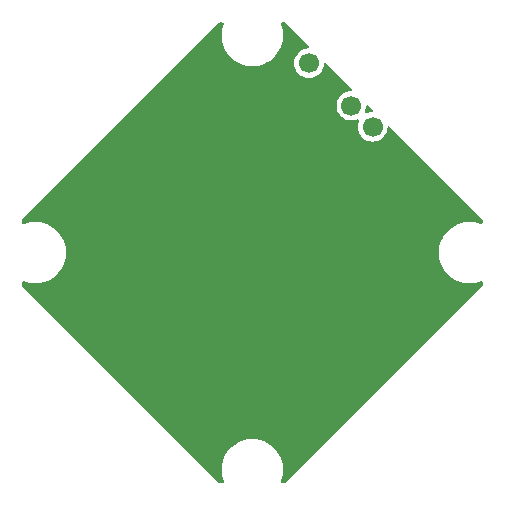
<source format=gbl>
G04 #@! TF.GenerationSoftware,KiCad,Pcbnew,8.0.5*
G04 #@! TF.CreationDate,2024-09-26T09:52:47+02:00*
G04 #@! TF.ProjectId,BL-R8812AF1 mount,424c2d52-3838-4313-9241-4631206d6f75,rev?*
G04 #@! TF.SameCoordinates,Original*
G04 #@! TF.FileFunction,Copper,L2,Bot*
G04 #@! TF.FilePolarity,Positive*
%FSLAX46Y46*%
G04 Gerber Fmt 4.6, Leading zero omitted, Abs format (unit mm)*
G04 Created by KiCad (PCBNEW 8.0.5) date 2024-09-26 09:52:47*
%MOMM*%
%LPD*%
G01*
G04 APERTURE LIST*
G04 Aperture macros list*
%AMHorizOval*
0 Thick line with rounded ends*
0 $1 width*
0 $2 $3 position (X,Y) of the first rounded end (center of the circle)*
0 $4 $5 position (X,Y) of the second rounded end (center of the circle)*
0 Add line between two ends*
20,1,$1,$2,$3,$4,$5,0*
0 Add two circle primitives to create the rounded ends*
1,1,$1,$2,$3*
1,1,$1,$4,$5*%
G04 Aperture macros list end*
G04 #@! TA.AperFunction,ComponentPad*
%ADD10C,4.000000*%
G04 #@! TD*
G04 #@! TA.AperFunction,ComponentPad*
%ADD11C,1.700000*%
G04 #@! TD*
G04 #@! TA.AperFunction,ComponentPad*
%ADD12HorizOval,1.700000X0.000000X0.000000X0.000000X0.000000X0*%
G04 #@! TD*
G04 APERTURE END LIST*
D10*
X94201000Y-148938000D03*
X99601000Y-148938000D03*
X94201000Y-154338000D03*
X99601000Y-154338000D03*
D11*
X97499898Y-133059898D03*
D12*
X99295949Y-134855949D03*
X101092000Y-136652000D03*
X102888052Y-138448052D03*
G04 #@! TA.AperFunction,Conductor*
G36*
X90237228Y-129618185D02*
G01*
X90282983Y-129670989D01*
X90292927Y-129740147D01*
X90287232Y-129763448D01*
X90231776Y-129921933D01*
X90207196Y-129992181D01*
X90142202Y-130276938D01*
X90142199Y-130276952D01*
X90109500Y-130567176D01*
X90109500Y-130859271D01*
X90142199Y-131149495D01*
X90142202Y-131149509D01*
X90207196Y-131434268D01*
X90207197Y-131434270D01*
X90303665Y-131709962D01*
X90430393Y-131973114D01*
X90430395Y-131973117D01*
X90585792Y-132220430D01*
X90721652Y-132390793D01*
X90754720Y-132432260D01*
X90767902Y-132448789D01*
X90974435Y-132655322D01*
X91202794Y-132837432D01*
X91450107Y-132992829D01*
X91713263Y-133119559D01*
X91988955Y-133216027D01*
X92273714Y-133281022D01*
X92273723Y-133281023D01*
X92273728Y-133281024D01*
X92467210Y-133302823D01*
X92563953Y-133313723D01*
X92563956Y-133313724D01*
X92563959Y-133313724D01*
X92856044Y-133313724D01*
X92856045Y-133313723D01*
X93004371Y-133297011D01*
X93146271Y-133281024D01*
X93146274Y-133281023D01*
X93146286Y-133281022D01*
X93431045Y-133216027D01*
X93706737Y-133119559D01*
X93969893Y-132992829D01*
X94217206Y-132837432D01*
X94445565Y-132655322D01*
X94652098Y-132448789D01*
X94834208Y-132220430D01*
X94989605Y-131973117D01*
X95116335Y-131709961D01*
X95212803Y-131434269D01*
X95277798Y-131149510D01*
X95310500Y-130859265D01*
X95310500Y-130567183D01*
X95277798Y-130276938D01*
X95212803Y-129992179D01*
X95132768Y-129763452D01*
X95129208Y-129693676D01*
X95163937Y-129633048D01*
X95225930Y-129600821D01*
X95249811Y-129598500D01*
X95451324Y-129598500D01*
X95518363Y-129618185D01*
X95539005Y-129634819D01*
X97503967Y-131599781D01*
X97537452Y-131661104D01*
X97532468Y-131730796D01*
X97490596Y-131786729D01*
X97427094Y-131810990D01*
X97281921Y-131823691D01*
X97281918Y-131823691D01*
X97070575Y-131880320D01*
X97070566Y-131880324D01*
X96872259Y-131972796D01*
X96872255Y-131972798D01*
X96693019Y-132098300D01*
X96538300Y-132253019D01*
X96412798Y-132432255D01*
X96412796Y-132432259D01*
X96320324Y-132630566D01*
X96320320Y-132630575D01*
X96263691Y-132841918D01*
X96263691Y-132841922D01*
X96244621Y-133059895D01*
X96244621Y-133059900D01*
X96263691Y-133277873D01*
X96263691Y-133277877D01*
X96320320Y-133489220D01*
X96320322Y-133489224D01*
X96320323Y-133489228D01*
X96366559Y-133588382D01*
X96412795Y-133687536D01*
X96412796Y-133687537D01*
X96538300Y-133866775D01*
X96693021Y-134021496D01*
X96872259Y-134147000D01*
X97070568Y-134239473D01*
X97281921Y-134296105D01*
X97464824Y-134312106D01*
X97499896Y-134315175D01*
X97499898Y-134315175D01*
X97499900Y-134315175D01*
X97528152Y-134312703D01*
X97717875Y-134296105D01*
X97929228Y-134239473D01*
X98127537Y-134147000D01*
X98306775Y-134021496D01*
X98461496Y-133866775D01*
X98587000Y-133687537D01*
X98679473Y-133489228D01*
X98736105Y-133277875D01*
X98748805Y-133132699D01*
X98774257Y-133067633D01*
X98830848Y-133026655D01*
X98900610Y-133022776D01*
X98960014Y-133055828D01*
X101096069Y-135191883D01*
X101129554Y-135253206D01*
X101124570Y-135322898D01*
X101082698Y-135378831D01*
X101019196Y-135403092D01*
X100874023Y-135415793D01*
X100874020Y-135415793D01*
X100662677Y-135472422D01*
X100662668Y-135472426D01*
X100464361Y-135564898D01*
X100464357Y-135564900D01*
X100285121Y-135690402D01*
X100130402Y-135845121D01*
X100004900Y-136024357D01*
X100004898Y-136024361D01*
X99912426Y-136222668D01*
X99912422Y-136222677D01*
X99855793Y-136434020D01*
X99855793Y-136434024D01*
X99836723Y-136651997D01*
X99836723Y-136652002D01*
X99855793Y-136869975D01*
X99855793Y-136869979D01*
X99912422Y-137081322D01*
X99912424Y-137081326D01*
X99912425Y-137081330D01*
X99958661Y-137180484D01*
X100004897Y-137279638D01*
X100004898Y-137279639D01*
X100130402Y-137458877D01*
X100285123Y-137613598D01*
X100464361Y-137739102D01*
X100662670Y-137831575D01*
X100874023Y-137888207D01*
X101056926Y-137904208D01*
X101091998Y-137907277D01*
X101092000Y-137907277D01*
X101092002Y-137907277D01*
X101120254Y-137904805D01*
X101309977Y-137888207D01*
X101521330Y-137831575D01*
X101563228Y-137812037D01*
X101632303Y-137801545D01*
X101696087Y-137830063D01*
X101734328Y-137888539D01*
X101734883Y-137958407D01*
X101728015Y-137976823D01*
X101708476Y-138018724D01*
X101708474Y-138018729D01*
X101651845Y-138230072D01*
X101651845Y-138230076D01*
X101632775Y-138448049D01*
X101632775Y-138448054D01*
X101651845Y-138666027D01*
X101651845Y-138666031D01*
X101708474Y-138877374D01*
X101708476Y-138877378D01*
X101708477Y-138877382D01*
X101754713Y-138976536D01*
X101800949Y-139075690D01*
X101800950Y-139075691D01*
X101926454Y-139254929D01*
X102081175Y-139409650D01*
X102260413Y-139535154D01*
X102458722Y-139627627D01*
X102670075Y-139684259D01*
X102852978Y-139700260D01*
X102888050Y-139703329D01*
X102888052Y-139703329D01*
X102888054Y-139703329D01*
X102916306Y-139700857D01*
X103106029Y-139684259D01*
X103317382Y-139627627D01*
X103515691Y-139535154D01*
X103694929Y-139409650D01*
X103849650Y-139254929D01*
X103975154Y-139075691D01*
X104067627Y-138877382D01*
X104124259Y-138666029D01*
X104136959Y-138520853D01*
X104162411Y-138455787D01*
X104219002Y-138414809D01*
X104288764Y-138410930D01*
X104348168Y-138443982D01*
X112173181Y-146268995D01*
X112206666Y-146330318D01*
X112209500Y-146356676D01*
X112209500Y-146558188D01*
X112189815Y-146625227D01*
X112137011Y-146670982D01*
X112067853Y-146680926D01*
X112044546Y-146675230D01*
X111815822Y-146595197D01*
X111815820Y-146595196D01*
X111596056Y-146545036D01*
X111531062Y-146530202D01*
X111531059Y-146530201D01*
X111531047Y-146530199D01*
X111240823Y-146497500D01*
X111240817Y-146497500D01*
X110948735Y-146497500D01*
X110948728Y-146497500D01*
X110658504Y-146530199D01*
X110658490Y-146530202D01*
X110373731Y-146595196D01*
X110373729Y-146595197D01*
X110098037Y-146691665D01*
X109834885Y-146818393D01*
X109587571Y-146973791D01*
X109359211Y-147155901D01*
X109152677Y-147362435D01*
X108970567Y-147590795D01*
X108815169Y-147838109D01*
X108688441Y-148101261D01*
X108591973Y-148376953D01*
X108591972Y-148376955D01*
X108526978Y-148661714D01*
X108526975Y-148661728D01*
X108494276Y-148951952D01*
X108494276Y-149244047D01*
X108526975Y-149534271D01*
X108526978Y-149534285D01*
X108591972Y-149819044D01*
X108591973Y-149819046D01*
X108688441Y-150094738D01*
X108815169Y-150357890D01*
X108815171Y-150357893D01*
X108970568Y-150605206D01*
X109152678Y-150833565D01*
X109359211Y-151040098D01*
X109587570Y-151222208D01*
X109834883Y-151377605D01*
X110098039Y-151504335D01*
X110373731Y-151600803D01*
X110658490Y-151665798D01*
X110658499Y-151665799D01*
X110658504Y-151665800D01*
X110851986Y-151687599D01*
X110948729Y-151698499D01*
X110948732Y-151698500D01*
X110948735Y-151698500D01*
X111240820Y-151698500D01*
X111240821Y-151698499D01*
X111389147Y-151681787D01*
X111531047Y-151665800D01*
X111531050Y-151665799D01*
X111531062Y-151665798D01*
X111815821Y-151600803D01*
X112044547Y-151520768D01*
X112114324Y-151517208D01*
X112174952Y-151551937D01*
X112207179Y-151613930D01*
X112209500Y-151637811D01*
X112209500Y-151839324D01*
X112189815Y-151906363D01*
X112173181Y-151927005D01*
X95539005Y-168561181D01*
X95477682Y-168594666D01*
X95451324Y-168597500D01*
X95249811Y-168597500D01*
X95182772Y-168577815D01*
X95137017Y-168525011D01*
X95127073Y-168455853D01*
X95132767Y-168432551D01*
X95212803Y-168203821D01*
X95277798Y-167919062D01*
X95310500Y-167628817D01*
X95310500Y-167336735D01*
X95277798Y-167046490D01*
X95212803Y-166761731D01*
X95116335Y-166486039D01*
X94989605Y-166222883D01*
X94834208Y-165975570D01*
X94652098Y-165747211D01*
X94445565Y-165540678D01*
X94217206Y-165358568D01*
X93969893Y-165203171D01*
X93969890Y-165203169D01*
X93706738Y-165076441D01*
X93431046Y-164979973D01*
X93431044Y-164979972D01*
X93211280Y-164929812D01*
X93146286Y-164914978D01*
X93146283Y-164914977D01*
X93146271Y-164914975D01*
X92856047Y-164882276D01*
X92856041Y-164882276D01*
X92563959Y-164882276D01*
X92563952Y-164882276D01*
X92273728Y-164914975D01*
X92273714Y-164914978D01*
X91988955Y-164979972D01*
X91988953Y-164979973D01*
X91713261Y-165076441D01*
X91450109Y-165203169D01*
X91202795Y-165358567D01*
X90974435Y-165540677D01*
X90767901Y-165747211D01*
X90585791Y-165975571D01*
X90430393Y-166222885D01*
X90303665Y-166486037D01*
X90207197Y-166761729D01*
X90207196Y-166761731D01*
X90142202Y-167046490D01*
X90142199Y-167046504D01*
X90109500Y-167336728D01*
X90109500Y-167628823D01*
X90142199Y-167919047D01*
X90142201Y-167919059D01*
X90142202Y-167919062D01*
X90207197Y-168203821D01*
X90287231Y-168432547D01*
X90290792Y-168502324D01*
X90256063Y-168562952D01*
X90194070Y-168595179D01*
X90170189Y-168597500D01*
X89968676Y-168597500D01*
X89901637Y-168577815D01*
X89880995Y-168561181D01*
X73246819Y-151927005D01*
X73213334Y-151865682D01*
X73210500Y-151839324D01*
X73210500Y-151637811D01*
X73230185Y-151570772D01*
X73282989Y-151525017D01*
X73352147Y-151515073D01*
X73375448Y-151520767D01*
X73604179Y-151600803D01*
X73888938Y-151665798D01*
X73888947Y-151665799D01*
X73888952Y-151665800D01*
X74082434Y-151687599D01*
X74179177Y-151698499D01*
X74179180Y-151698500D01*
X74179183Y-151698500D01*
X74471268Y-151698500D01*
X74471269Y-151698499D01*
X74619595Y-151681787D01*
X74761495Y-151665800D01*
X74761498Y-151665799D01*
X74761510Y-151665798D01*
X75046269Y-151600803D01*
X75321961Y-151504335D01*
X75585117Y-151377605D01*
X75832430Y-151222208D01*
X76060789Y-151040098D01*
X76267322Y-150833565D01*
X76449432Y-150605206D01*
X76604829Y-150357893D01*
X76731559Y-150094737D01*
X76828027Y-149819045D01*
X76893022Y-149534286D01*
X76925724Y-149244041D01*
X76925724Y-148951959D01*
X76893022Y-148661714D01*
X76828027Y-148376955D01*
X76731559Y-148101263D01*
X76604829Y-147838107D01*
X76449432Y-147590794D01*
X76267322Y-147362435D01*
X76060789Y-147155902D01*
X75832430Y-146973792D01*
X75585117Y-146818395D01*
X75585114Y-146818393D01*
X75321962Y-146691665D01*
X75046270Y-146595197D01*
X75046268Y-146595196D01*
X74826504Y-146545036D01*
X74761510Y-146530202D01*
X74761507Y-146530201D01*
X74761495Y-146530199D01*
X74471271Y-146497500D01*
X74471265Y-146497500D01*
X74179183Y-146497500D01*
X74179176Y-146497500D01*
X73888952Y-146530199D01*
X73888938Y-146530202D01*
X73604179Y-146595196D01*
X73604177Y-146595197D01*
X73375454Y-146675230D01*
X73305675Y-146678791D01*
X73245048Y-146644062D01*
X73212821Y-146582068D01*
X73210500Y-146558188D01*
X73210500Y-146356676D01*
X73230185Y-146289637D01*
X73246819Y-146268995D01*
X89880995Y-129634819D01*
X89942318Y-129601334D01*
X89968676Y-129598500D01*
X90170189Y-129598500D01*
X90237228Y-129618185D01*
G37*
G04 #@! TD.AperFunction*
G04 #@! TA.AperFunction,NonConductor*
G36*
X102552116Y-136647930D02*
G01*
X102892121Y-136987935D01*
X102925606Y-137049258D01*
X102920622Y-137118950D01*
X102878750Y-137174883D01*
X102815248Y-137199144D01*
X102670075Y-137211845D01*
X102670072Y-137211845D01*
X102458729Y-137268474D01*
X102458724Y-137268476D01*
X102416823Y-137288015D01*
X102347745Y-137298506D01*
X102283961Y-137269985D01*
X102245722Y-137211509D01*
X102245169Y-137141641D01*
X102252033Y-137123236D01*
X102271575Y-137081330D01*
X102328207Y-136869977D01*
X102340907Y-136724801D01*
X102366359Y-136659735D01*
X102422950Y-136618757D01*
X102492712Y-136614878D01*
X102552116Y-136647930D01*
G37*
G04 #@! TD.AperFunction*
M02*

</source>
